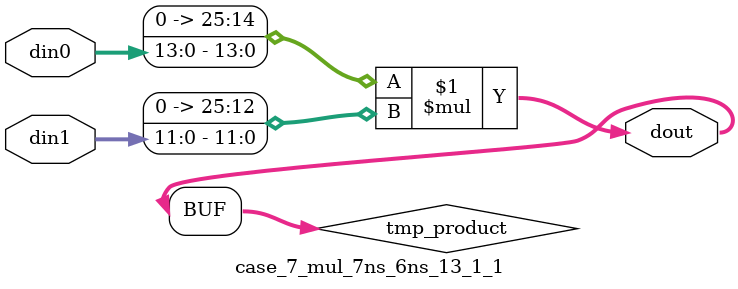
<source format=v>

`timescale 1 ns / 1 ps

 (* use_dsp = "no" *)  module case_7_mul_7ns_6ns_13_1_1(din0, din1, dout);
parameter ID = 1;
parameter NUM_STAGE = 0;
parameter din0_WIDTH = 14;
parameter din1_WIDTH = 12;
parameter dout_WIDTH = 26;

input [din0_WIDTH - 1 : 0] din0; 
input [din1_WIDTH - 1 : 0] din1; 
output [dout_WIDTH - 1 : 0] dout;

wire signed [dout_WIDTH - 1 : 0] tmp_product;
























assign tmp_product = $signed({1'b0, din0}) * $signed({1'b0, din1});











assign dout = tmp_product;





















endmodule

</source>
